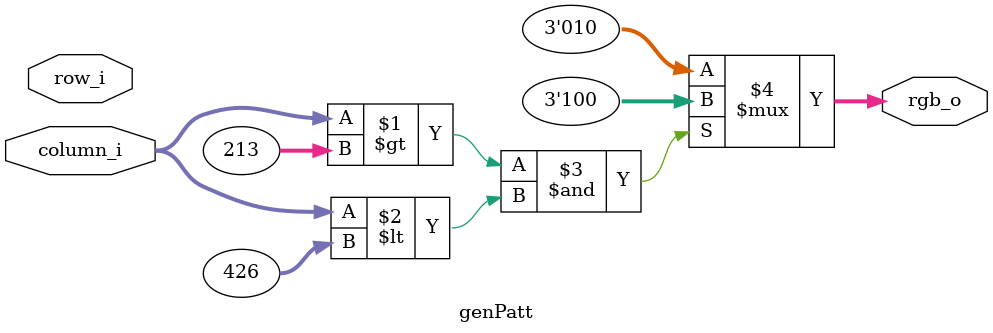
<source format=v>
module genPatt(
// lista de porturi

output 	    [2:0] rgb_o,						// se pune reg daca folosim always
input 		[9:0] row_i,	
input 		[8:0] column_i		


);
 
// lista parametrii interni
localparam x1     = 213	  ;				//prima treime din imagine(limita)	x1=640/3			//sau parameter dar poate fii schimbat din afara  
localparam x2     = 426   ;				//a doua treime din imagine (limita)
localparam GREEN  = 3'b010;
localparam RED	  = 3'b100;
localparam BLUE	  = 3'b001;
		

  
// lista semnale interne
// N/A


//COD

//always (*)													// * steluta le pune pe toate dar trebuie sa fie de tip reg
//if ((column > x1) & (column < x2)) rgb_o = RED; else
//rgb_o = GREEN;

assign rgb_o =  ((column_i > x1) & (column_i < x2)) ? RED : 		// ? = if ,,,, : = else
												  GREEN;




//PSEUDO COD + EXPLICATII
 
//for i = 0 : i < 480 : i++ 			// for each line
  //for j = 0 ; j < 640 ; j++ 		// for each pixel (column)

//if (column < x1) rgb_o = GREEN; else
//if ((column > x1) & (column < x2)) rgb_o = RED; else
//if (column > x2 )rgb_o = GREEN;

//sau

//if ((column > x1) & (column < x2)) rgb_o = RED; else
//rgb_o = GREEN

//sau 

// if (column < x1) rgb_o = GREEN; else
// if ((column > x1) & (column < x2)) rgb_o = RED; else
// rgb_o = GREEN;

endmodule
</source>
